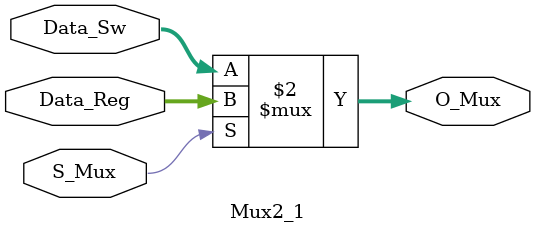
<source format=v>

module Mux2_1(
    input [3:0] Data_Sw,
    input [3:0] Data_Reg,
    input S_Mux,
    output [3:0] O_Mux
    );

	assign O_Mux = (S_Mux==0)? Data_Sw : Data_Reg;

endmodule

</source>
